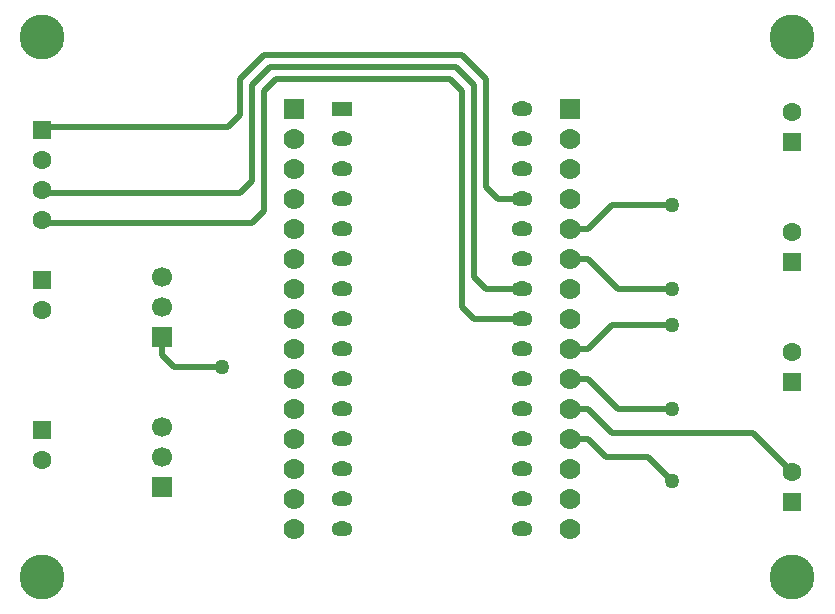
<source format=gbl>
G04 Layer_Physical_Order=2*
G04 Layer_Color=11436288*
%FSLAX25Y25*%
%MOIN*%
G70*
G01*
G75*
%ADD16C,0.02000*%
%ADD18C,0.15000*%
%ADD19R,0.06299X0.06299*%
%ADD20C,0.06299*%
%ADD21R,0.06693X0.06693*%
%ADD22C,0.06693*%
%ADD23R,0.07000X0.07000*%
%ADD24C,0.07000*%
%ADD25O,0.07000X0.05000*%
%ADD26R,0.07000X0.05000*%
%ADD27C,0.05000*%
D16*
X236000Y374000D02*
Y386000D01*
X232000Y370000D02*
X236000Y374000D01*
X170000Y370000D02*
X232000D01*
X240000Y352000D02*
Y384000D01*
X236000Y348000D02*
X240000Y352000D01*
X170000Y348000D02*
X236000D01*
X244000Y342000D02*
Y382000D01*
X240000Y338000D02*
X244000Y342000D01*
X170000Y338000D02*
X240000D01*
X372000Y260000D02*
X380000Y252000D01*
X358000Y260000D02*
X372000D01*
X352000Y266000D02*
X358000Y260000D01*
X346000Y266000D02*
X352000D01*
X407000Y268000D02*
X420000Y255000D01*
X360000Y268000D02*
X407000D01*
X352000Y276000D02*
X360000Y268000D01*
X346000Y276000D02*
X352000D01*
X346000Y286000D02*
X352000D01*
X362000Y276000D01*
X380000D01*
X346000Y296000D02*
X352000D01*
X360000Y304000D01*
X380000D01*
X318000Y316000D02*
X330000D01*
X314000Y320000D02*
Y384000D01*
Y320000D02*
X318000Y316000D01*
X308000Y390000D02*
X314000Y384000D01*
X240000D02*
X246000Y390000D01*
X308000D01*
X346000Y326000D02*
X352000D01*
X362000Y316000D01*
X380000D01*
X244000Y382000D02*
X248000Y386000D01*
X306000D01*
X310000Y382000D01*
Y310000D02*
Y382000D01*
Y310000D02*
X314000Y306000D01*
X330000D01*
X236000Y386000D02*
X244000Y394000D01*
X310000D01*
X318000Y386000D01*
Y350000D02*
Y386000D01*
Y350000D02*
X322000Y346000D01*
X330000D01*
X214000Y290000D02*
X230000D01*
X210000Y294000D02*
X214000Y290000D01*
X210000Y294000D02*
Y300000D01*
X360000Y344000D02*
X380000D01*
X352000Y336000D02*
X360000Y344000D01*
X346000Y336000D02*
X352000D01*
D18*
X420000Y220000D02*
D03*
X170000D02*
D03*
X420000Y400000D02*
D03*
X170000D02*
D03*
D19*
Y319000D02*
D03*
Y369000D02*
D03*
X420000Y245000D02*
D03*
X170000Y269000D02*
D03*
X420000Y285000D02*
D03*
Y325000D02*
D03*
Y365000D02*
D03*
D20*
X170000Y309000D02*
D03*
Y339000D02*
D03*
Y349000D02*
D03*
Y359000D02*
D03*
X420000Y255000D02*
D03*
X170000Y259000D02*
D03*
X420000Y295000D02*
D03*
Y335000D02*
D03*
Y375000D02*
D03*
D21*
X210000Y300000D02*
D03*
Y250000D02*
D03*
D22*
Y310000D02*
D03*
Y320000D02*
D03*
Y260000D02*
D03*
Y270000D02*
D03*
D23*
X254000Y376000D02*
D03*
X346000D02*
D03*
D24*
X254000Y366000D02*
D03*
Y356000D02*
D03*
Y346000D02*
D03*
Y336000D02*
D03*
Y326000D02*
D03*
Y316000D02*
D03*
Y306000D02*
D03*
Y296000D02*
D03*
Y286000D02*
D03*
Y276000D02*
D03*
Y266000D02*
D03*
Y256000D02*
D03*
Y246000D02*
D03*
Y236000D02*
D03*
X346000Y366000D02*
D03*
Y356000D02*
D03*
Y346000D02*
D03*
Y336000D02*
D03*
Y326000D02*
D03*
Y316000D02*
D03*
Y306000D02*
D03*
Y296000D02*
D03*
Y286000D02*
D03*
Y276000D02*
D03*
Y266000D02*
D03*
Y256000D02*
D03*
Y246000D02*
D03*
Y236000D02*
D03*
D25*
X330000D02*
D03*
Y246000D02*
D03*
Y256000D02*
D03*
Y266000D02*
D03*
Y276000D02*
D03*
Y286000D02*
D03*
Y296000D02*
D03*
Y306000D02*
D03*
Y316000D02*
D03*
Y326000D02*
D03*
Y336000D02*
D03*
Y346000D02*
D03*
Y356000D02*
D03*
Y366000D02*
D03*
Y376000D02*
D03*
X270000Y236000D02*
D03*
Y246000D02*
D03*
Y256000D02*
D03*
Y266000D02*
D03*
Y276000D02*
D03*
Y286000D02*
D03*
Y296000D02*
D03*
Y306000D02*
D03*
Y316000D02*
D03*
Y326000D02*
D03*
Y336000D02*
D03*
Y346000D02*
D03*
Y356000D02*
D03*
Y366000D02*
D03*
D26*
Y376000D02*
D03*
D27*
X380000Y252000D02*
D03*
Y276000D02*
D03*
Y304000D02*
D03*
Y316000D02*
D03*
X230000Y290000D02*
D03*
X380000Y344000D02*
D03*
M02*

</source>
